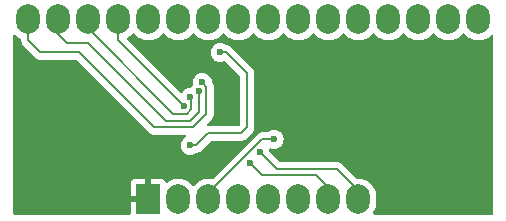
<source format=gbr>
%TF.GenerationSoftware,KiCad,Pcbnew,8.0.8-8.0.8-0~ubuntu20.04.1*%
%TF.CreationDate,2025-02-11T22:54:18+07:00*%
%TF.ProjectId,MUX-ADG706,4d55582d-4144-4473-9730-362e6b696361,rev?*%
%TF.SameCoordinates,Original*%
%TF.FileFunction,Copper,L2,Bot*%
%TF.FilePolarity,Positive*%
%FSLAX46Y46*%
G04 Gerber Fmt 4.6, Leading zero omitted, Abs format (unit mm)*
G04 Created by KiCad (PCBNEW 8.0.8-8.0.8-0~ubuntu20.04.1) date 2025-02-11 22:54:18*
%MOMM*%
%LPD*%
G01*
G04 APERTURE LIST*
%TA.AperFunction,ComponentPad*%
%ADD10O,2.000000X2.500000*%
%TD*%
%TA.AperFunction,ComponentPad*%
%ADD11R,2.000000X2.500000*%
%TD*%
%TA.AperFunction,ViaPad*%
%ADD12C,0.600000*%
%TD*%
%TA.AperFunction,Conductor*%
%ADD13C,0.200000*%
%TD*%
G04 APERTURE END LIST*
D10*
%TO.P,J2,1,Pin_1*%
%TO.N,Net-(J2-Pin_1)*%
X130048000Y-93472000D03*
%TO.P,J2,2,Pin_2*%
%TO.N,Net-(J2-Pin_2)*%
X127508000Y-93472000D03*
%TO.P,J2,3,Pin_3*%
%TO.N,Net-(J2-Pin_3)*%
X124968000Y-93472000D03*
%TO.P,J2,4,Pin_4*%
%TO.N,Net-(J2-Pin_4)*%
X122428000Y-93472000D03*
%TO.P,J2,5,Pin_5*%
%TO.N,Net-(J2-Pin_5)*%
X119888000Y-93472000D03*
%TO.P,J2,6,Pin_6*%
%TO.N,Net-(J2-Pin_6)*%
X117348000Y-93472000D03*
%TO.P,J2,7,Pin_7*%
%TO.N,Net-(J2-Pin_7)*%
X114808000Y-93472000D03*
%TO.P,J2,8,Pin_8*%
%TO.N,Net-(J2-Pin_8)*%
X112268000Y-93472000D03*
%TO.P,J2,9,Pin_9*%
%TO.N,Net-(J2-Pin_9)*%
X109728000Y-93472000D03*
%TO.P,J2,10,Pin_10*%
%TO.N,Net-(J2-Pin_10)*%
X107188000Y-93472000D03*
%TO.P,J2,11,Pin_11*%
%TO.N,Net-(J2-Pin_11)*%
X104648000Y-93472000D03*
%TO.P,J2,12,Pin_12*%
%TO.N,Net-(J2-Pin_12)*%
X102108000Y-93472000D03*
%TO.P,J2,13,Pin_13*%
%TO.N,Net-(J2-Pin_13)*%
X99568000Y-93472000D03*
%TO.P,J2,14,Pin_14*%
%TO.N,Net-(J2-Pin_14)*%
X97028000Y-93472000D03*
%TO.P,J2,15,Pin_15*%
%TO.N,Net-(J2-Pin_15)*%
X94488000Y-93472000D03*
%TO.P,J2,16,9*%
%TO.N,Net-(J2-9)*%
X91948000Y-93472000D03*
%TD*%
D11*
%TO.P,J1,1,Pin_1*%
%TO.N,GND*%
X102108000Y-108712000D03*
D10*
%TO.P,J1,2,Pin_2*%
%TO.N,VCC*%
X104648000Y-108712000D03*
%TO.P,J1,3,Pin_3*%
%TO.N,Net-(J1-Pin_3)*%
X107188000Y-108712000D03*
%TO.P,J1,4,Pin_4*%
%TO.N,Net-(J1-Pin_4)*%
X109728000Y-108712000D03*
%TO.P,J1,5,Pin_5*%
%TO.N,Net-(J1-Pin_5)*%
X112268000Y-108712000D03*
%TO.P,J1,6,Pin_6*%
%TO.N,Net-(J1-Pin_6)*%
X114808000Y-108712000D03*
%TO.P,J1,7,Pin_7*%
%TO.N,Net-(J1-Pin_7)*%
X117348000Y-108712000D03*
%TO.P,J1,8,Pin_8*%
%TO.N,Net-(J1-Pin_8)*%
X119888000Y-108712000D03*
%TD*%
D12*
%TO.N,GND*%
X123190000Y-104140000D03*
X109728000Y-104140000D03*
X112268000Y-98806000D03*
%TO.N,Net-(J1-Pin_7)*%
X110729236Y-105649236D03*
%TO.N,Net-(J1-Pin_3)*%
X112761126Y-103613187D03*
%TO.N,Net-(J1-Pin_8)*%
X111549265Y-104691265D03*
%TO.N,VCC*%
X105664000Y-104140000D03*
X108204000Y-96266000D03*
%TO.N,Net-(J2-Pin_13)*%
X105156000Y-100838000D03*
%TO.N,Net-(J2-Pin_15)*%
X106426000Y-99568000D03*
%TO.N,Net-(J2-Pin_14)*%
X105664000Y-100076000D03*
%TO.N,Net-(J2-9)*%
X106680000Y-98806000D03*
%TD*%
D13*
%TO.N,Net-(J1-Pin_7)*%
X116332000Y-106680000D02*
X117348000Y-107696000D01*
X111760000Y-106680000D02*
X116332000Y-106680000D01*
X110729236Y-105649236D02*
X111760000Y-106680000D01*
X117348000Y-107696000D02*
X117348000Y-108712000D01*
%TO.N,Net-(J1-Pin_3)*%
X111778813Y-103613187D02*
X111760000Y-103632000D01*
X107188000Y-108204000D02*
X111760000Y-103632000D01*
X112761126Y-103613187D02*
X111778813Y-103613187D01*
X107188000Y-108712000D02*
X107188000Y-108204000D01*
%TO.N,Net-(J1-Pin_8)*%
X111549265Y-104691265D02*
X113030000Y-106172000D01*
X118110000Y-106172000D02*
X119888000Y-107950000D01*
X119888000Y-107950000D02*
X119888000Y-108712000D01*
X113030000Y-106172000D02*
X118110000Y-106172000D01*
%TO.N,VCC*%
X109982000Y-103124000D02*
X107188000Y-103124000D01*
X110490000Y-102616000D02*
X109982000Y-103124000D01*
X108712000Y-96266000D02*
X110490000Y-98044000D01*
X108204000Y-96266000D02*
X108712000Y-96266000D01*
X110490000Y-98044000D02*
X110490000Y-102616000D01*
X106172000Y-104140000D02*
X105664000Y-104140000D01*
X107188000Y-103124000D02*
X106172000Y-104140000D01*
%TO.N,Net-(J2-Pin_13)*%
X105156000Y-100838000D02*
X99568000Y-95250000D01*
X99568000Y-95250000D02*
X99568000Y-93472000D01*
%TO.N,Net-(J2-Pin_15)*%
X105664000Y-102108000D02*
X103632000Y-102108000D01*
X94488000Y-94742000D02*
X94488000Y-93472000D01*
X106426000Y-101346000D02*
X105664000Y-102108000D01*
X103632000Y-102108000D02*
X97028000Y-95504000D01*
X106426000Y-99568000D02*
X106426000Y-101346000D01*
X95250000Y-95504000D02*
X94488000Y-94742000D01*
X97028000Y-95504000D02*
X95250000Y-95504000D01*
%TO.N,Net-(J2-Pin_14)*%
X97028000Y-94234000D02*
X97028000Y-93472000D01*
X105404529Y-101438000D02*
X104232000Y-101438000D01*
X105756000Y-101086529D02*
X105404529Y-101438000D01*
X105664000Y-100076000D02*
X105756000Y-100168000D01*
X104232000Y-101438000D02*
X97028000Y-94234000D01*
X105756000Y-100168000D02*
X105756000Y-101086529D01*
%TO.N,Net-(J2-9)*%
X102616000Y-102616000D02*
X96266000Y-96266000D01*
X107026000Y-99152000D02*
X107026000Y-101508000D01*
X92964000Y-96266000D02*
X91948000Y-95250000D01*
X96266000Y-96266000D02*
X92964000Y-96266000D01*
X105918000Y-102616000D02*
X102616000Y-102616000D01*
X106680000Y-98806000D02*
X107026000Y-99152000D01*
X91948000Y-95250000D02*
X91948000Y-93472000D01*
X107026000Y-101508000D02*
X105918000Y-102616000D01*
%TD*%
%TA.AperFunction,Conductor*%
%TO.N,GND*%
G36*
X128864420Y-94648833D02*
G01*
X128878315Y-94664870D01*
X128903483Y-94699510D01*
X129070490Y-94866517D01*
X129261567Y-95005343D01*
X129356110Y-95053515D01*
X129472003Y-95112566D01*
X129472005Y-95112566D01*
X129472008Y-95112568D01*
X129587861Y-95150211D01*
X129696631Y-95185553D01*
X129929903Y-95222500D01*
X129929908Y-95222500D01*
X130166097Y-95222500D01*
X130399368Y-95185553D01*
X130402516Y-95184530D01*
X130623992Y-95112568D01*
X130834433Y-95005343D01*
X131025510Y-94866517D01*
X131113819Y-94778208D01*
X131175142Y-94744723D01*
X131244834Y-94749707D01*
X131300767Y-94791579D01*
X131325184Y-94857043D01*
X131325500Y-94865889D01*
X131325500Y-109865500D01*
X131305815Y-109932539D01*
X131253011Y-109978294D01*
X131201500Y-109989500D01*
X121239561Y-109989500D01*
X121172522Y-109969815D01*
X121126767Y-109917011D01*
X121116823Y-109847853D01*
X121139242Y-109792615D01*
X121171343Y-109748433D01*
X121278568Y-109537992D01*
X121351553Y-109313368D01*
X121383431Y-109112099D01*
X121388500Y-109080097D01*
X121388500Y-108343902D01*
X121351553Y-108110631D01*
X121278566Y-107886003D01*
X121171342Y-107675566D01*
X121157999Y-107657201D01*
X121032517Y-107484490D01*
X120865510Y-107317483D01*
X120674433Y-107178657D01*
X120638837Y-107160520D01*
X120463996Y-107071433D01*
X120239368Y-106998446D01*
X120006097Y-106961500D01*
X120006092Y-106961500D01*
X119800098Y-106961500D01*
X119733059Y-106941815D01*
X119712417Y-106925181D01*
X118597590Y-105810355D01*
X118597588Y-105810352D01*
X118478717Y-105691481D01*
X118478716Y-105691480D01*
X118391904Y-105641360D01*
X118391904Y-105641359D01*
X118391900Y-105641358D01*
X118341785Y-105612423D01*
X118189057Y-105571499D01*
X118030943Y-105571499D01*
X118023347Y-105571499D01*
X118023331Y-105571500D01*
X113330098Y-105571500D01*
X113263059Y-105551815D01*
X113242417Y-105535181D01*
X112379965Y-104672730D01*
X112346480Y-104611407D01*
X112344428Y-104598951D01*
X112334633Y-104512010D01*
X112334632Y-104512008D01*
X112333853Y-104505089D01*
X112335478Y-104504905D01*
X112339225Y-104443693D01*
X112380518Y-104387332D01*
X112445728Y-104362243D01*
X112496801Y-104368788D01*
X112581863Y-104398553D01*
X112581869Y-104398554D01*
X112581871Y-104398555D01*
X112581872Y-104398555D01*
X112581876Y-104398556D01*
X112761122Y-104418752D01*
X112761126Y-104418752D01*
X112761130Y-104418752D01*
X112940375Y-104398556D01*
X112940378Y-104398555D01*
X112940381Y-104398555D01*
X113110648Y-104338976D01*
X113263388Y-104243003D01*
X113390942Y-104115449D01*
X113486915Y-103962709D01*
X113546494Y-103792442D01*
X113546495Y-103792436D01*
X113566691Y-103613190D01*
X113566691Y-103613183D01*
X113546495Y-103433937D01*
X113546494Y-103433932D01*
X113486914Y-103263663D01*
X113447708Y-103201267D01*
X113390942Y-103110925D01*
X113263388Y-102983371D01*
X113258618Y-102980374D01*
X113110649Y-102887398D01*
X112940380Y-102827818D01*
X112940375Y-102827817D01*
X112761130Y-102807622D01*
X112761122Y-102807622D01*
X112581876Y-102827817D01*
X112581871Y-102827818D01*
X112411602Y-102887398D01*
X112258862Y-102983372D01*
X112256029Y-102985632D01*
X112253850Y-102986521D01*
X112252968Y-102987076D01*
X112252870Y-102986921D01*
X112191343Y-103012042D01*
X112178714Y-103012687D01*
X111865483Y-103012687D01*
X111865467Y-103012686D01*
X111857871Y-103012686D01*
X111699756Y-103012686D01*
X111623392Y-103033148D01*
X111547027Y-103053610D01*
X111547022Y-103053613D01*
X111410103Y-103132662D01*
X111410097Y-103132667D01*
X111298291Y-103244473D01*
X107588316Y-106954447D01*
X107526993Y-106987932D01*
X107481237Y-106989239D01*
X107306097Y-106961500D01*
X107306092Y-106961500D01*
X107069908Y-106961500D01*
X107069903Y-106961500D01*
X106836631Y-106998446D01*
X106612003Y-107071433D01*
X106401566Y-107178657D01*
X106320757Y-107237369D01*
X106210490Y-107317483D01*
X106210488Y-107317485D01*
X106210487Y-107317485D01*
X106043484Y-107484488D01*
X106018318Y-107519127D01*
X105962987Y-107561792D01*
X105893374Y-107567771D01*
X105831579Y-107535165D01*
X105817682Y-107519127D01*
X105792517Y-107484490D01*
X105625510Y-107317483D01*
X105434433Y-107178657D01*
X105398837Y-107160520D01*
X105223996Y-107071433D01*
X104999368Y-106998446D01*
X104766097Y-106961500D01*
X104766092Y-106961500D01*
X104529908Y-106961500D01*
X104529903Y-106961500D01*
X104296631Y-106998446D01*
X104072003Y-107071433D01*
X103861566Y-107178657D01*
X103737422Y-107268854D01*
X103671615Y-107292334D01*
X103603561Y-107276509D01*
X103555942Y-107227510D01*
X103555604Y-107227696D01*
X103554938Y-107226478D01*
X103554866Y-107226403D01*
X103554719Y-107226076D01*
X103551350Y-107219906D01*
X103465190Y-107104812D01*
X103465187Y-107104809D01*
X103350093Y-107018649D01*
X103350086Y-107018645D01*
X103215379Y-106968403D01*
X103215372Y-106968401D01*
X103155844Y-106962000D01*
X102358000Y-106962000D01*
X102358000Y-108278988D01*
X102300993Y-108246075D01*
X102173826Y-108212000D01*
X102042174Y-108212000D01*
X101915007Y-108246075D01*
X101858000Y-108278988D01*
X101858000Y-106962000D01*
X101060155Y-106962000D01*
X101000627Y-106968401D01*
X101000620Y-106968403D01*
X100865913Y-107018645D01*
X100865906Y-107018649D01*
X100750812Y-107104809D01*
X100750809Y-107104812D01*
X100664649Y-107219906D01*
X100664645Y-107219913D01*
X100614403Y-107354620D01*
X100614401Y-107354627D01*
X100608000Y-107414155D01*
X100608000Y-108462000D01*
X101674988Y-108462000D01*
X101642075Y-108519007D01*
X101608000Y-108646174D01*
X101608000Y-108777826D01*
X101642075Y-108904993D01*
X101674988Y-108962000D01*
X100608000Y-108962000D01*
X100608000Y-109865500D01*
X100588315Y-109932539D01*
X100535511Y-109978294D01*
X100484000Y-109989500D01*
X90794500Y-109989500D01*
X90727461Y-109969815D01*
X90681706Y-109917011D01*
X90670500Y-109865500D01*
X90670500Y-94865889D01*
X90690185Y-94798850D01*
X90742989Y-94753095D01*
X90812147Y-94743151D01*
X90875703Y-94772176D01*
X90882181Y-94778208D01*
X90970490Y-94866517D01*
X91021393Y-94903500D01*
X91161568Y-95005344D01*
X91279793Y-95065582D01*
X91330590Y-95113556D01*
X91347499Y-95176067D01*
X91347499Y-95329054D01*
X91347498Y-95329054D01*
X91388423Y-95481785D01*
X91417358Y-95531900D01*
X91417359Y-95531904D01*
X91417360Y-95531904D01*
X91467479Y-95618714D01*
X91467481Y-95618717D01*
X91586349Y-95737585D01*
X91586355Y-95737590D01*
X92479139Y-96630374D01*
X92479149Y-96630385D01*
X92483479Y-96634715D01*
X92483480Y-96634716D01*
X92595284Y-96746520D01*
X92682095Y-96796639D01*
X92682097Y-96796641D01*
X92720151Y-96818611D01*
X92732215Y-96825577D01*
X92884943Y-96866501D01*
X92884946Y-96866501D01*
X93050653Y-96866501D01*
X93050669Y-96866500D01*
X95965903Y-96866500D01*
X96032942Y-96886185D01*
X96053584Y-96902819D01*
X102131139Y-102980374D01*
X102131149Y-102980385D01*
X102135479Y-102984715D01*
X102135480Y-102984716D01*
X102247284Y-103096520D01*
X102309893Y-103132667D01*
X102384215Y-103175577D01*
X102536943Y-103216500D01*
X105198719Y-103216500D01*
X105265758Y-103236185D01*
X105311513Y-103288989D01*
X105321457Y-103358147D01*
X105292432Y-103421703D01*
X105264691Y-103445494D01*
X105161737Y-103510184D01*
X105034187Y-103637735D01*
X105034184Y-103637737D01*
X104938211Y-103790476D01*
X104878631Y-103960745D01*
X104878630Y-103960750D01*
X104858435Y-104139996D01*
X104858435Y-104140003D01*
X104878630Y-104319249D01*
X104878631Y-104319254D01*
X104938211Y-104489523D01*
X105034050Y-104642049D01*
X105034184Y-104642262D01*
X105161738Y-104769816D01*
X105314478Y-104865789D01*
X105484745Y-104925368D01*
X105484750Y-104925369D01*
X105663996Y-104945565D01*
X105664000Y-104945565D01*
X105664004Y-104945565D01*
X105843249Y-104925369D01*
X105843252Y-104925368D01*
X105843255Y-104925368D01*
X106013522Y-104865789D01*
X106166262Y-104769816D01*
X106166266Y-104769811D01*
X106169097Y-104767555D01*
X106171275Y-104766665D01*
X106172158Y-104766111D01*
X106172255Y-104766265D01*
X106233784Y-104741146D01*
X106246411Y-104740501D01*
X106251054Y-104740501D01*
X106251057Y-104740501D01*
X106403785Y-104699577D01*
X106453904Y-104670639D01*
X106540716Y-104620520D01*
X106652520Y-104508716D01*
X106652520Y-104508714D01*
X106662728Y-104498507D01*
X106662729Y-104498504D01*
X107400416Y-103760819D01*
X107461739Y-103727334D01*
X107488097Y-103724500D01*
X109895331Y-103724500D01*
X109895347Y-103724501D01*
X109902943Y-103724501D01*
X110061054Y-103724501D01*
X110061057Y-103724501D01*
X110213785Y-103683577D01*
X110293180Y-103637738D01*
X110350716Y-103604520D01*
X110462520Y-103492716D01*
X110462520Y-103492714D01*
X110472724Y-103482511D01*
X110472728Y-103482506D01*
X110848506Y-103106728D01*
X110848511Y-103106724D01*
X110858714Y-103096520D01*
X110858716Y-103096520D01*
X110970520Y-102984716D01*
X111049577Y-102847784D01*
X111090500Y-102695057D01*
X111090500Y-98133060D01*
X111090501Y-98133047D01*
X111090501Y-97964944D01*
X111049576Y-97812214D01*
X111049573Y-97812209D01*
X110970524Y-97675290D01*
X110970518Y-97675282D01*
X109199590Y-95904355D01*
X109199588Y-95904352D01*
X109080717Y-95785481D01*
X109080709Y-95785475D01*
X108978936Y-95726717D01*
X108978934Y-95726716D01*
X108943790Y-95706425D01*
X108943789Y-95706424D01*
X108931263Y-95703067D01*
X108791057Y-95665499D01*
X108791054Y-95665499D01*
X108786411Y-95665499D01*
X108719372Y-95645814D01*
X108709097Y-95638445D01*
X108706262Y-95636184D01*
X108553523Y-95540211D01*
X108383254Y-95480631D01*
X108383249Y-95480630D01*
X108204004Y-95460435D01*
X108203996Y-95460435D01*
X108024750Y-95480630D01*
X108024745Y-95480631D01*
X107854476Y-95540211D01*
X107701737Y-95636184D01*
X107574184Y-95763737D01*
X107478211Y-95916476D01*
X107418631Y-96086745D01*
X107418630Y-96086750D01*
X107398435Y-96265996D01*
X107398435Y-96266003D01*
X107418630Y-96445249D01*
X107418631Y-96445254D01*
X107478211Y-96615523D01*
X107574184Y-96768262D01*
X107701738Y-96895816D01*
X107792080Y-96952582D01*
X107832962Y-96978270D01*
X107854478Y-96991789D01*
X107902070Y-97008442D01*
X108024745Y-97051368D01*
X108024750Y-97051369D01*
X108203996Y-97071565D01*
X108204000Y-97071565D01*
X108204004Y-97071565D01*
X108383249Y-97051369D01*
X108383251Y-97051368D01*
X108383255Y-97051368D01*
X108383258Y-97051366D01*
X108383262Y-97051366D01*
X108505931Y-97008442D01*
X108575710Y-97004880D01*
X108634567Y-97037802D01*
X109853181Y-98256416D01*
X109886666Y-98317739D01*
X109889500Y-98344097D01*
X109889500Y-102315903D01*
X109869815Y-102382942D01*
X109853181Y-102403584D01*
X109769584Y-102487181D01*
X109708261Y-102520666D01*
X109681903Y-102523500D01*
X107274669Y-102523500D01*
X107274653Y-102523499D01*
X107267057Y-102523499D01*
X107159098Y-102523499D01*
X107092059Y-102503814D01*
X107046304Y-102451010D01*
X107036360Y-102381852D01*
X107065385Y-102318296D01*
X107071417Y-102311818D01*
X107506520Y-101876716D01*
X107585577Y-101739784D01*
X107626501Y-101587057D01*
X107626501Y-101428942D01*
X107626501Y-101421347D01*
X107626500Y-101421329D01*
X107626500Y-99241059D01*
X107626501Y-99241046D01*
X107626501Y-99072945D01*
X107626501Y-99072943D01*
X107585577Y-98920215D01*
X107540541Y-98842211D01*
X107506520Y-98783284D01*
X107501574Y-98776839D01*
X107503916Y-98775041D01*
X107477215Y-98726141D01*
X107475163Y-98713684D01*
X107465368Y-98626745D01*
X107405789Y-98456478D01*
X107309816Y-98303738D01*
X107182262Y-98176184D01*
X107113610Y-98133047D01*
X107029523Y-98080211D01*
X106859254Y-98020631D01*
X106859249Y-98020630D01*
X106680004Y-98000435D01*
X106679996Y-98000435D01*
X106500750Y-98020630D01*
X106500745Y-98020631D01*
X106330476Y-98080211D01*
X106177737Y-98176184D01*
X106050184Y-98303737D01*
X105954211Y-98456476D01*
X105894631Y-98626745D01*
X105894630Y-98626750D01*
X105874435Y-98805996D01*
X105874435Y-98806003D01*
X105886126Y-98909769D01*
X105874071Y-98978591D01*
X105850588Y-99011333D01*
X105796184Y-99065736D01*
X105699607Y-99219440D01*
X105647272Y-99265731D01*
X105608497Y-99276688D01*
X105484749Y-99290630D01*
X105484745Y-99290631D01*
X105314476Y-99350211D01*
X105161737Y-99446184D01*
X105034184Y-99573737D01*
X105034182Y-99573740D01*
X105003765Y-99622148D01*
X104951430Y-99668439D01*
X104882376Y-99679086D01*
X104818528Y-99650710D01*
X104811091Y-99643856D01*
X100351765Y-95184530D01*
X100318280Y-95123207D01*
X100323264Y-95053515D01*
X100365136Y-94997582D01*
X100366518Y-94996562D01*
X100545510Y-94866517D01*
X100712517Y-94699510D01*
X100737682Y-94664872D01*
X100793011Y-94622207D01*
X100862625Y-94616228D01*
X100924420Y-94648833D01*
X100938315Y-94664870D01*
X100963483Y-94699510D01*
X101130490Y-94866517D01*
X101321567Y-95005343D01*
X101416110Y-95053515D01*
X101532003Y-95112566D01*
X101532005Y-95112566D01*
X101532008Y-95112568D01*
X101647861Y-95150211D01*
X101756631Y-95185553D01*
X101989903Y-95222500D01*
X101989908Y-95222500D01*
X102226097Y-95222500D01*
X102459368Y-95185553D01*
X102462516Y-95184530D01*
X102683992Y-95112568D01*
X102894433Y-95005343D01*
X103085510Y-94866517D01*
X103252517Y-94699510D01*
X103277682Y-94664872D01*
X103333011Y-94622207D01*
X103402625Y-94616228D01*
X103464420Y-94648833D01*
X103478315Y-94664870D01*
X103503483Y-94699510D01*
X103670490Y-94866517D01*
X103861567Y-95005343D01*
X103956110Y-95053515D01*
X104072003Y-95112566D01*
X104072005Y-95112566D01*
X104072008Y-95112568D01*
X104187861Y-95150211D01*
X104296631Y-95185553D01*
X104529903Y-95222500D01*
X104529908Y-95222500D01*
X104766097Y-95222500D01*
X104999368Y-95185553D01*
X105002516Y-95184530D01*
X105223992Y-95112568D01*
X105434433Y-95005343D01*
X105625510Y-94866517D01*
X105792517Y-94699510D01*
X105817682Y-94664872D01*
X105873011Y-94622207D01*
X105942625Y-94616228D01*
X106004420Y-94648833D01*
X106018315Y-94664870D01*
X106043483Y-94699510D01*
X106210490Y-94866517D01*
X106401567Y-95005343D01*
X106496110Y-95053515D01*
X106612003Y-95112566D01*
X106612005Y-95112566D01*
X106612008Y-95112568D01*
X106727861Y-95150211D01*
X106836631Y-95185553D01*
X107069903Y-95222500D01*
X107069908Y-95222500D01*
X107306097Y-95222500D01*
X107539368Y-95185553D01*
X107542516Y-95184530D01*
X107763992Y-95112568D01*
X107974433Y-95005343D01*
X108165510Y-94866517D01*
X108332517Y-94699510D01*
X108357682Y-94664872D01*
X108413011Y-94622207D01*
X108482625Y-94616228D01*
X108544420Y-94648833D01*
X108558315Y-94664870D01*
X108583483Y-94699510D01*
X108750490Y-94866517D01*
X108941567Y-95005343D01*
X109036110Y-95053515D01*
X109152003Y-95112566D01*
X109152005Y-95112566D01*
X109152008Y-95112568D01*
X109267861Y-95150211D01*
X109376631Y-95185553D01*
X109609903Y-95222500D01*
X109609908Y-95222500D01*
X109846097Y-95222500D01*
X110079368Y-95185553D01*
X110082516Y-95184530D01*
X110303992Y-95112568D01*
X110514433Y-95005343D01*
X110705510Y-94866517D01*
X110872517Y-94699510D01*
X110897682Y-94664872D01*
X110953011Y-94622207D01*
X111022625Y-94616228D01*
X111084420Y-94648833D01*
X111098315Y-94664870D01*
X111123483Y-94699510D01*
X111290490Y-94866517D01*
X111481567Y-95005343D01*
X111576110Y-95053515D01*
X111692003Y-95112566D01*
X111692005Y-95112566D01*
X111692008Y-95112568D01*
X111807861Y-95150211D01*
X111916631Y-95185553D01*
X112149903Y-95222500D01*
X112149908Y-95222500D01*
X112386097Y-95222500D01*
X112619368Y-95185553D01*
X112622516Y-95184530D01*
X112843992Y-95112568D01*
X113054433Y-95005343D01*
X113245510Y-94866517D01*
X113412517Y-94699510D01*
X113437682Y-94664872D01*
X113493011Y-94622207D01*
X113562625Y-94616228D01*
X113624420Y-94648833D01*
X113638315Y-94664870D01*
X113663483Y-94699510D01*
X113830490Y-94866517D01*
X114021567Y-95005343D01*
X114116110Y-95053515D01*
X114232003Y-95112566D01*
X114232005Y-95112566D01*
X114232008Y-95112568D01*
X114347861Y-95150211D01*
X114456631Y-95185553D01*
X114689903Y-95222500D01*
X114689908Y-95222500D01*
X114926097Y-95222500D01*
X115159368Y-95185553D01*
X115162516Y-95184530D01*
X115383992Y-95112568D01*
X115594433Y-95005343D01*
X115785510Y-94866517D01*
X115952517Y-94699510D01*
X115977682Y-94664872D01*
X116033011Y-94622207D01*
X116102625Y-94616228D01*
X116164420Y-94648833D01*
X116178315Y-94664870D01*
X116203483Y-94699510D01*
X116370490Y-94866517D01*
X116561567Y-95005343D01*
X116656110Y-95053515D01*
X116772003Y-95112566D01*
X116772005Y-95112566D01*
X116772008Y-95112568D01*
X116887861Y-95150211D01*
X116996631Y-95185553D01*
X117229903Y-95222500D01*
X117229908Y-95222500D01*
X117466097Y-95222500D01*
X117699368Y-95185553D01*
X117702516Y-95184530D01*
X117923992Y-95112568D01*
X118134433Y-95005343D01*
X118325510Y-94866517D01*
X118492517Y-94699510D01*
X118517682Y-94664872D01*
X118573011Y-94622207D01*
X118642625Y-94616228D01*
X118704420Y-94648833D01*
X118718315Y-94664870D01*
X118743483Y-94699510D01*
X118910490Y-94866517D01*
X119101567Y-95005343D01*
X119196110Y-95053515D01*
X119312003Y-95112566D01*
X119312005Y-95112566D01*
X119312008Y-95112568D01*
X119427861Y-95150211D01*
X119536631Y-95185553D01*
X119769903Y-95222500D01*
X119769908Y-95222500D01*
X120006097Y-95222500D01*
X120239368Y-95185553D01*
X120242516Y-95184530D01*
X120463992Y-95112568D01*
X120674433Y-95005343D01*
X120865510Y-94866517D01*
X121032517Y-94699510D01*
X121057682Y-94664872D01*
X121113011Y-94622207D01*
X121182625Y-94616228D01*
X121244420Y-94648833D01*
X121258315Y-94664870D01*
X121283483Y-94699510D01*
X121450490Y-94866517D01*
X121641567Y-95005343D01*
X121736110Y-95053515D01*
X121852003Y-95112566D01*
X121852005Y-95112566D01*
X121852008Y-95112568D01*
X121967861Y-95150211D01*
X122076631Y-95185553D01*
X122309903Y-95222500D01*
X122309908Y-95222500D01*
X122546097Y-95222500D01*
X122779368Y-95185553D01*
X122782516Y-95184530D01*
X123003992Y-95112568D01*
X123214433Y-95005343D01*
X123405510Y-94866517D01*
X123572517Y-94699510D01*
X123597682Y-94664872D01*
X123653011Y-94622207D01*
X123722625Y-94616228D01*
X123784420Y-94648833D01*
X123798315Y-94664870D01*
X123823483Y-94699510D01*
X123990490Y-94866517D01*
X124181567Y-95005343D01*
X124276110Y-95053515D01*
X124392003Y-95112566D01*
X124392005Y-95112566D01*
X124392008Y-95112568D01*
X124507861Y-95150211D01*
X124616631Y-95185553D01*
X124849903Y-95222500D01*
X124849908Y-95222500D01*
X125086097Y-95222500D01*
X125319368Y-95185553D01*
X125322516Y-95184530D01*
X125543992Y-95112568D01*
X125754433Y-95005343D01*
X125945510Y-94866517D01*
X126112517Y-94699510D01*
X126137682Y-94664872D01*
X126193011Y-94622207D01*
X126262625Y-94616228D01*
X126324420Y-94648833D01*
X126338315Y-94664870D01*
X126363483Y-94699510D01*
X126530490Y-94866517D01*
X126721567Y-95005343D01*
X126816110Y-95053515D01*
X126932003Y-95112566D01*
X126932005Y-95112566D01*
X126932008Y-95112568D01*
X127047861Y-95150211D01*
X127156631Y-95185553D01*
X127389903Y-95222500D01*
X127389908Y-95222500D01*
X127626097Y-95222500D01*
X127859368Y-95185553D01*
X127862516Y-95184530D01*
X128083992Y-95112568D01*
X128294433Y-95005343D01*
X128485510Y-94866517D01*
X128652517Y-94699510D01*
X128677682Y-94664872D01*
X128733011Y-94622207D01*
X128802625Y-94616228D01*
X128864420Y-94648833D01*
G37*
%TD.AperFunction*%
%TD*%
M02*

</source>
